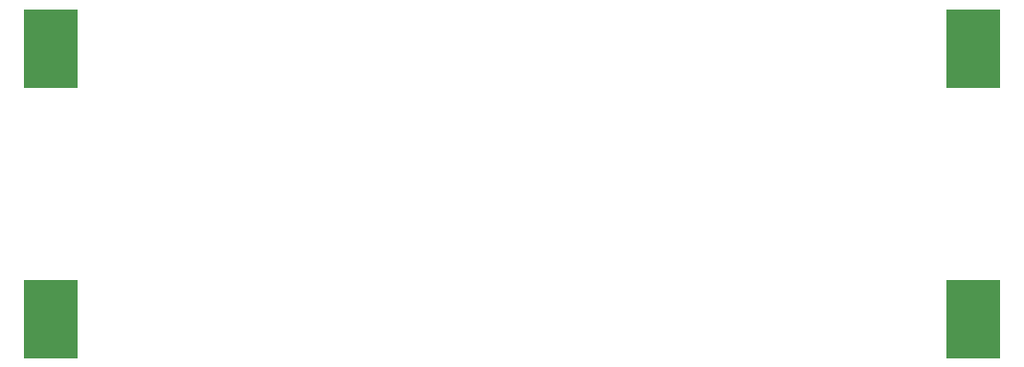
<source format=gbr>
%TF.GenerationSoftware,KiCad,Pcbnew,(5.1.10-1-10_14)*%
%TF.CreationDate,2022-01-20T11:14:49-05:00*%
%TF.ProjectId,PCB_Design,5043425f-4465-4736-9967-6e2e6b696361,rev?*%
%TF.SameCoordinates,Original*%
%TF.FileFunction,Paste,Bot*%
%TF.FilePolarity,Positive*%
%FSLAX46Y46*%
G04 Gerber Fmt 4.6, Leading zero omitted, Abs format (unit mm)*
G04 Created by KiCad (PCBNEW (5.1.10-1-10_14)) date 2022-01-20 11:14:49*
%MOMM*%
%LPD*%
G01*
G04 APERTURE LIST*
%ADD10R,4.700000X7.000000*%
G04 APERTURE END LIST*
D10*
%TO.C,Battery1*%
X67068500Y-139001500D03*
X148568500Y-139001500D03*
%TD*%
%TO.C,Battery2*%
X148568500Y-115062000D03*
X67068500Y-115062000D03*
%TD*%
M02*

</source>
